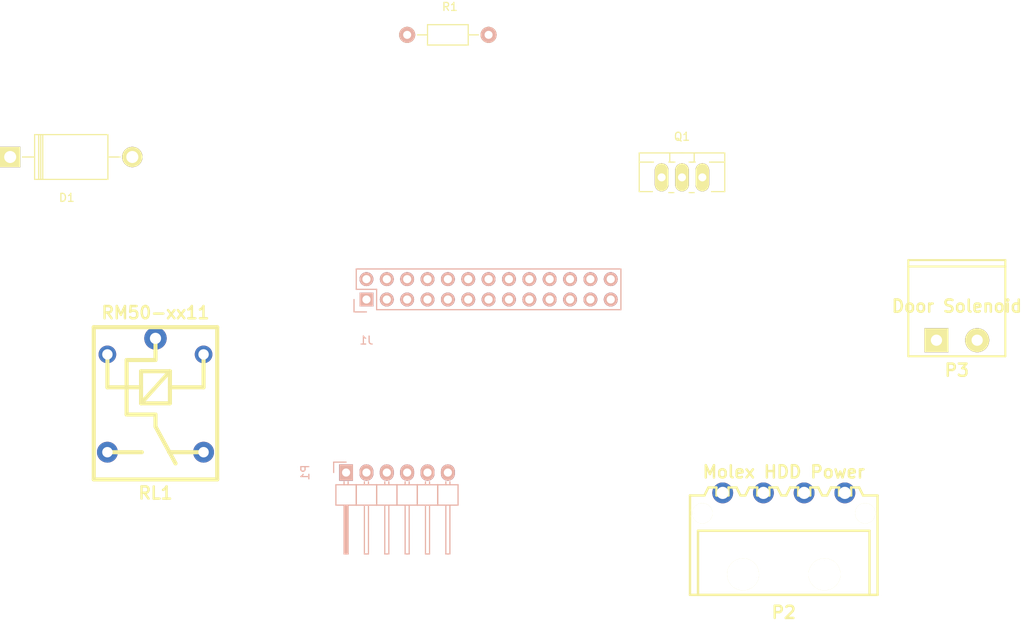
<source format=kicad_pcb>
(kicad_pcb (version 4) (host pcbnew 0.201509030901+6151~29~ubuntu15.04.1-product)

  (general
    (links 13)
    (no_connects 13)
    (area 0 0 0 0)
    (thickness 1.6)
    (drawings 0)
    (tracks 0)
    (zones 0)
    (modules 8)
    (nets 33)
  )

  (page A4)
  (layers
    (0 F.Cu signal)
    (31 B.Cu signal)
    (32 B.Adhes user)
    (33 F.Adhes user)
    (34 B.Paste user)
    (35 F.Paste user)
    (36 B.SilkS user)
    (37 F.SilkS user)
    (38 B.Mask user)
    (39 F.Mask user)
    (40 Dwgs.User user)
    (41 Cmts.User user)
    (42 Eco1.User user)
    (43 Eco2.User user)
    (44 Edge.Cuts user)
    (45 Margin user)
    (46 B.CrtYd user)
    (47 F.CrtYd user)
    (48 B.Fab user)
    (49 F.Fab user)
  )

  (setup
    (last_trace_width 0.25)
    (trace_clearance 0.2)
    (zone_clearance 0.508)
    (zone_45_only no)
    (trace_min 0.2)
    (segment_width 0.2)
    (edge_width 0.15)
    (via_size 0.6)
    (via_drill 0.4)
    (via_min_size 0.4)
    (via_min_drill 0.3)
    (uvia_size 0.3)
    (uvia_drill 0.1)
    (uvias_allowed no)
    (uvia_min_size 0.2)
    (uvia_min_drill 0.1)
    (pcb_text_width 0.3)
    (pcb_text_size 1.5 1.5)
    (mod_edge_width 0.15)
    (mod_text_size 1 1)
    (mod_text_width 0.15)
    (pad_size 1.524 1.524)
    (pad_drill 0.762)
    (pad_to_mask_clearance 0.2)
    (aux_axis_origin 0 0)
    (visible_elements FFFFFF7F)
    (pcbplotparams
      (layerselection 0x00030_80000001)
      (usegerberextensions false)
      (excludeedgelayer true)
      (linewidth 0.100000)
      (plotframeref false)
      (viasonmask false)
      (mode 1)
      (useauxorigin false)
      (hpglpennumber 1)
      (hpglpenspeed 20)
      (hpglpendiameter 15)
      (hpglpenoverlay 2)
      (psnegative false)
      (psa4output false)
      (plotreference true)
      (plotvalue true)
      (plotinvisibletext false)
      (padsonsilk false)
      (subtractmaskfromsilk false)
      (outputformat 1)
      (mirror false)
      (drillshape 1)
      (scaleselection 1)
      (outputdirectory ""))
  )

  (net 0 "")
  (net 1 "Net-(J1-Pad1)")
  (net 2 "Net-(J1-Pad3)")
  (net 3 "Net-(J1-Pad4)")
  (net 4 "Net-(J1-Pad5)")
  (net 5 "Net-(J1-Pad6)")
  (net 6 "Net-(J1-Pad7)")
  (net 7 "Net-(J1-Pad8)")
  (net 8 "Net-(J1-Pad9)")
  (net 9 "Net-(J1-Pad10)")
  (net 10 "Net-(J1-Pad11)")
  (net 11 "Net-(J1-Pad12)")
  (net 12 "Net-(J1-Pad13)")
  (net 13 "Net-(J1-Pad14)")
  (net 14 "Net-(J1-Pad15)")
  (net 15 "Net-(J1-Pad16)")
  (net 16 "Net-(J1-Pad17)")
  (net 17 "Net-(J1-Pad18)")
  (net 18 "Net-(J1-Pad19)")
  (net 19 "Net-(J1-Pad20)")
  (net 20 "Net-(J1-Pad21)")
  (net 21 "Net-(J1-Pad22)")
  (net 22 "Net-(J1-Pad23)")
  (net 23 "Net-(J1-Pad24)")
  (net 24 "Net-(J1-Pad25)")
  (net 25 "Net-(J1-Pad26)")
  (net 26 "Net-(P1-Pad2)")
  (net 27 "Net-(P3-Pad2)")
  (net 28 "Net-(P2-Pad3)")
  (net 29 "Net-(P2-Pad4)")
  (net 30 "Net-(D1-Pad1)")
  (net 31 "Net-(D1-Pad2)")
  (net 32 "Net-(Q1-Pad2)")

  (net_class Default "This is the default net class."
    (clearance 0.2)
    (trace_width 0.25)
    (via_dia 0.6)
    (via_drill 0.4)
    (uvia_dia 0.3)
    (uvia_drill 0.1)
    (add_net "Net-(D1-Pad1)")
    (add_net "Net-(D1-Pad2)")
    (add_net "Net-(J1-Pad1)")
    (add_net "Net-(J1-Pad10)")
    (add_net "Net-(J1-Pad11)")
    (add_net "Net-(J1-Pad12)")
    (add_net "Net-(J1-Pad13)")
    (add_net "Net-(J1-Pad14)")
    (add_net "Net-(J1-Pad15)")
    (add_net "Net-(J1-Pad16)")
    (add_net "Net-(J1-Pad17)")
    (add_net "Net-(J1-Pad18)")
    (add_net "Net-(J1-Pad19)")
    (add_net "Net-(J1-Pad20)")
    (add_net "Net-(J1-Pad21)")
    (add_net "Net-(J1-Pad22)")
    (add_net "Net-(J1-Pad23)")
    (add_net "Net-(J1-Pad24)")
    (add_net "Net-(J1-Pad25)")
    (add_net "Net-(J1-Pad26)")
    (add_net "Net-(J1-Pad3)")
    (add_net "Net-(J1-Pad4)")
    (add_net "Net-(J1-Pad5)")
    (add_net "Net-(J1-Pad6)")
    (add_net "Net-(J1-Pad7)")
    (add_net "Net-(J1-Pad8)")
    (add_net "Net-(J1-Pad9)")
    (add_net "Net-(P1-Pad2)")
    (add_net "Net-(P2-Pad3)")
    (add_net "Net-(P2-Pad4)")
    (add_net "Net-(P3-Pad2)")
    (add_net "Net-(Q1-Pad2)")
  )

  (module Socket_Strips:Socket_Strip_Straight_2x13 (layer B.Cu) (tedit 0) (tstamp 55E0DBFD)
    (at 167.64 95.25)
    (descr "Through hole socket strip")
    (tags "socket strip")
    (path /55E0CB24)
    (fp_text reference J1 (at 0 5.1) (layer B.SilkS)
      (effects (font (size 1 1) (thickness 0.15)) (justify mirror))
    )
    (fp_text value RasPI_IO_Header (at 0 3.1) (layer B.Fab)
      (effects (font (size 1 1) (thickness 0.15)) (justify mirror))
    )
    (fp_line (start -1.75 1.75) (end -1.75 -4.3) (layer B.CrtYd) (width 0.05))
    (fp_line (start 32.25 1.75) (end 32.25 -4.3) (layer B.CrtYd) (width 0.05))
    (fp_line (start -1.75 1.75) (end 32.25 1.75) (layer B.CrtYd) (width 0.05))
    (fp_line (start -1.75 -4.3) (end 32.25 -4.3) (layer B.CrtYd) (width 0.05))
    (fp_line (start -1.27 -3.81) (end 31.75 -3.81) (layer B.SilkS) (width 0.15))
    (fp_line (start 1.27 1.27) (end 31.75 1.27) (layer B.SilkS) (width 0.15))
    (fp_line (start 31.75 -3.81) (end 31.75 1.27) (layer B.SilkS) (width 0.15))
    (fp_line (start -1.27 -3.81) (end -1.27 -1.27) (layer B.SilkS) (width 0.15))
    (fp_line (start 0 1.55) (end -1.55 1.55) (layer B.SilkS) (width 0.15))
    (fp_line (start -1.27 -1.27) (end 1.27 -1.27) (layer B.SilkS) (width 0.15))
    (fp_line (start 1.27 -1.27) (end 1.27 1.27) (layer B.SilkS) (width 0.15))
    (fp_line (start -1.55 1.55) (end -1.55 0) (layer B.SilkS) (width 0.15))
    (pad 1 thru_hole rect (at 0 0) (size 1.7272 1.7272) (drill 1.016) (layers *.Cu *.Mask B.SilkS)
      (net 1 "Net-(J1-Pad1)"))
    (pad 2 thru_hole oval (at 0 -2.54) (size 1.7272 1.7272) (drill 1.016) (layers *.Cu *.Mask B.SilkS)
      (net 30 "Net-(D1-Pad1)"))
    (pad 3 thru_hole oval (at 2.54 0) (size 1.7272 1.7272) (drill 1.016) (layers *.Cu *.Mask B.SilkS)
      (net 2 "Net-(J1-Pad3)"))
    (pad 4 thru_hole oval (at 2.54 -2.54) (size 1.7272 1.7272) (drill 1.016) (layers *.Cu *.Mask B.SilkS)
      (net 3 "Net-(J1-Pad4)"))
    (pad 5 thru_hole oval (at 5.08 0) (size 1.7272 1.7272) (drill 1.016) (layers *.Cu *.Mask B.SilkS)
      (net 4 "Net-(J1-Pad5)"))
    (pad 6 thru_hole oval (at 5.08 -2.54) (size 1.7272 1.7272) (drill 1.016) (layers *.Cu *.Mask B.SilkS)
      (net 5 "Net-(J1-Pad6)"))
    (pad 7 thru_hole oval (at 7.62 0) (size 1.7272 1.7272) (drill 1.016) (layers *.Cu *.Mask B.SilkS)
      (net 6 "Net-(J1-Pad7)"))
    (pad 8 thru_hole oval (at 7.62 -2.54) (size 1.7272 1.7272) (drill 1.016) (layers *.Cu *.Mask B.SilkS)
      (net 7 "Net-(J1-Pad8)"))
    (pad 9 thru_hole oval (at 10.16 0) (size 1.7272 1.7272) (drill 1.016) (layers *.Cu *.Mask B.SilkS)
      (net 8 "Net-(J1-Pad9)"))
    (pad 10 thru_hole oval (at 10.16 -2.54) (size 1.7272 1.7272) (drill 1.016) (layers *.Cu *.Mask B.SilkS)
      (net 9 "Net-(J1-Pad10)"))
    (pad 11 thru_hole oval (at 12.7 0) (size 1.7272 1.7272) (drill 1.016) (layers *.Cu *.Mask B.SilkS)
      (net 10 "Net-(J1-Pad11)"))
    (pad 12 thru_hole oval (at 12.7 -2.54) (size 1.7272 1.7272) (drill 1.016) (layers *.Cu *.Mask B.SilkS)
      (net 11 "Net-(J1-Pad12)"))
    (pad 13 thru_hole oval (at 15.24 0) (size 1.7272 1.7272) (drill 1.016) (layers *.Cu *.Mask B.SilkS)
      (net 12 "Net-(J1-Pad13)"))
    (pad 14 thru_hole oval (at 15.24 -2.54) (size 1.7272 1.7272) (drill 1.016) (layers *.Cu *.Mask B.SilkS)
      (net 13 "Net-(J1-Pad14)"))
    (pad 15 thru_hole oval (at 17.78 0) (size 1.7272 1.7272) (drill 1.016) (layers *.Cu *.Mask B.SilkS)
      (net 14 "Net-(J1-Pad15)"))
    (pad 16 thru_hole oval (at 17.78 -2.54) (size 1.7272 1.7272) (drill 1.016) (layers *.Cu *.Mask B.SilkS)
      (net 15 "Net-(J1-Pad16)"))
    (pad 17 thru_hole oval (at 20.32 0) (size 1.7272 1.7272) (drill 1.016) (layers *.Cu *.Mask B.SilkS)
      (net 16 "Net-(J1-Pad17)"))
    (pad 18 thru_hole oval (at 20.32 -2.54) (size 1.7272 1.7272) (drill 1.016) (layers *.Cu *.Mask B.SilkS)
      (net 17 "Net-(J1-Pad18)"))
    (pad 19 thru_hole oval (at 22.86 0) (size 1.7272 1.7272) (drill 1.016) (layers *.Cu *.Mask B.SilkS)
      (net 18 "Net-(J1-Pad19)"))
    (pad 20 thru_hole oval (at 22.86 -2.54) (size 1.7272 1.7272) (drill 1.016) (layers *.Cu *.Mask B.SilkS)
      (net 19 "Net-(J1-Pad20)"))
    (pad 21 thru_hole oval (at 25.4 0) (size 1.7272 1.7272) (drill 1.016) (layers *.Cu *.Mask B.SilkS)
      (net 20 "Net-(J1-Pad21)"))
    (pad 22 thru_hole oval (at 25.4 -2.54) (size 1.7272 1.7272) (drill 1.016) (layers *.Cu *.Mask B.SilkS)
      (net 21 "Net-(J1-Pad22)"))
    (pad 23 thru_hole oval (at 27.94 0) (size 1.7272 1.7272) (drill 1.016) (layers *.Cu *.Mask B.SilkS)
      (net 22 "Net-(J1-Pad23)"))
    (pad 24 thru_hole oval (at 27.94 -2.54) (size 1.7272 1.7272) (drill 1.016) (layers *.Cu *.Mask B.SilkS)
      (net 23 "Net-(J1-Pad24)"))
    (pad 25 thru_hole oval (at 30.48 0) (size 1.7272 1.7272) (drill 1.016) (layers *.Cu *.Mask B.SilkS)
      (net 24 "Net-(J1-Pad25)"))
    (pad 26 thru_hole oval (at 30.48 -2.54) (size 1.7272 1.7272) (drill 1.016) (layers *.Cu *.Mask B.SilkS)
      (net 25 "Net-(J1-Pad26)"))
    (model Socket_Strips.3dshapes/Socket_Strip_Straight_2x13.wrl
      (at (xyz 0.6 -0.05 0))
      (scale (xyz 1 1 1))
      (rotate (xyz 0 0 180))
    )
  )

  (module Pin_Headers:Pin_Header_Angled_1x06 (layer B.Cu) (tedit 0) (tstamp 55E0DC07)
    (at 165.1 116.84 270)
    (descr "Through hole pin header")
    (tags "pin header")
    (path /55E0CC33)
    (fp_text reference P1 (at 0 5.1 270) (layer B.SilkS)
      (effects (font (size 1 1) (thickness 0.15)) (justify mirror))
    )
    (fp_text value "SL030 RFID" (at 0 3.1 270) (layer B.Fab)
      (effects (font (size 1 1) (thickness 0.15)) (justify mirror))
    )
    (fp_line (start -1.5 1.75) (end -1.5 -14.45) (layer B.CrtYd) (width 0.05))
    (fp_line (start 10.65 1.75) (end 10.65 -14.45) (layer B.CrtYd) (width 0.05))
    (fp_line (start -1.5 1.75) (end 10.65 1.75) (layer B.CrtYd) (width 0.05))
    (fp_line (start -1.5 -14.45) (end 10.65 -14.45) (layer B.CrtYd) (width 0.05))
    (fp_line (start -1.3 1.55) (end -1.3 0) (layer B.SilkS) (width 0.15))
    (fp_line (start 0 1.55) (end -1.3 1.55) (layer B.SilkS) (width 0.15))
    (fp_line (start 4.191 0.127) (end 10.033 0.127) (layer B.SilkS) (width 0.15))
    (fp_line (start 10.033 0.127) (end 10.033 -0.127) (layer B.SilkS) (width 0.15))
    (fp_line (start 10.033 -0.127) (end 4.191 -0.127) (layer B.SilkS) (width 0.15))
    (fp_line (start 4.191 -0.127) (end 4.191 0) (layer B.SilkS) (width 0.15))
    (fp_line (start 4.191 0) (end 10.033 0) (layer B.SilkS) (width 0.15))
    (fp_line (start 1.524 0.254) (end 1.143 0.254) (layer B.SilkS) (width 0.15))
    (fp_line (start 1.524 -0.254) (end 1.143 -0.254) (layer B.SilkS) (width 0.15))
    (fp_line (start 1.524 -2.286) (end 1.143 -2.286) (layer B.SilkS) (width 0.15))
    (fp_line (start 1.524 -2.794) (end 1.143 -2.794) (layer B.SilkS) (width 0.15))
    (fp_line (start 1.524 -4.826) (end 1.143 -4.826) (layer B.SilkS) (width 0.15))
    (fp_line (start 1.524 -5.334) (end 1.143 -5.334) (layer B.SilkS) (width 0.15))
    (fp_line (start 1.524 -12.954) (end 1.143 -12.954) (layer B.SilkS) (width 0.15))
    (fp_line (start 1.524 -12.446) (end 1.143 -12.446) (layer B.SilkS) (width 0.15))
    (fp_line (start 1.524 -10.414) (end 1.143 -10.414) (layer B.SilkS) (width 0.15))
    (fp_line (start 1.524 -9.906) (end 1.143 -9.906) (layer B.SilkS) (width 0.15))
    (fp_line (start 1.524 -7.874) (end 1.143 -7.874) (layer B.SilkS) (width 0.15))
    (fp_line (start 1.524 -7.366) (end 1.143 -7.366) (layer B.SilkS) (width 0.15))
    (fp_line (start 1.524 1.27) (end 4.064 1.27) (layer B.SilkS) (width 0.15))
    (fp_line (start 1.524 -1.27) (end 4.064 -1.27) (layer B.SilkS) (width 0.15))
    (fp_line (start 1.524 -1.27) (end 1.524 -3.81) (layer B.SilkS) (width 0.15))
    (fp_line (start 1.524 -3.81) (end 4.064 -3.81) (layer B.SilkS) (width 0.15))
    (fp_line (start 4.064 -2.286) (end 10.16 -2.286) (layer B.SilkS) (width 0.15))
    (fp_line (start 10.16 -2.286) (end 10.16 -2.794) (layer B.SilkS) (width 0.15))
    (fp_line (start 10.16 -2.794) (end 4.064 -2.794) (layer B.SilkS) (width 0.15))
    (fp_line (start 4.064 -3.81) (end 4.064 -1.27) (layer B.SilkS) (width 0.15))
    (fp_line (start 4.064 -1.27) (end 4.064 1.27) (layer B.SilkS) (width 0.15))
    (fp_line (start 10.16 -0.254) (end 4.064 -0.254) (layer B.SilkS) (width 0.15))
    (fp_line (start 10.16 0.254) (end 10.16 -0.254) (layer B.SilkS) (width 0.15))
    (fp_line (start 4.064 0.254) (end 10.16 0.254) (layer B.SilkS) (width 0.15))
    (fp_line (start 1.524 -1.27) (end 4.064 -1.27) (layer B.SilkS) (width 0.15))
    (fp_line (start 1.524 1.27) (end 1.524 -1.27) (layer B.SilkS) (width 0.15))
    (fp_line (start 1.524 -8.89) (end 4.064 -8.89) (layer B.SilkS) (width 0.15))
    (fp_line (start 1.524 -8.89) (end 1.524 -11.43) (layer B.SilkS) (width 0.15))
    (fp_line (start 1.524 -11.43) (end 4.064 -11.43) (layer B.SilkS) (width 0.15))
    (fp_line (start 4.064 -9.906) (end 10.16 -9.906) (layer B.SilkS) (width 0.15))
    (fp_line (start 10.16 -9.906) (end 10.16 -10.414) (layer B.SilkS) (width 0.15))
    (fp_line (start 10.16 -10.414) (end 4.064 -10.414) (layer B.SilkS) (width 0.15))
    (fp_line (start 4.064 -11.43) (end 4.064 -8.89) (layer B.SilkS) (width 0.15))
    (fp_line (start 4.064 -13.97) (end 4.064 -11.43) (layer B.SilkS) (width 0.15))
    (fp_line (start 10.16 -12.954) (end 4.064 -12.954) (layer B.SilkS) (width 0.15))
    (fp_line (start 10.16 -12.446) (end 10.16 -12.954) (layer B.SilkS) (width 0.15))
    (fp_line (start 4.064 -12.446) (end 10.16 -12.446) (layer B.SilkS) (width 0.15))
    (fp_line (start 1.524 -13.97) (end 4.064 -13.97) (layer B.SilkS) (width 0.15))
    (fp_line (start 1.524 -11.43) (end 1.524 -13.97) (layer B.SilkS) (width 0.15))
    (fp_line (start 1.524 -11.43) (end 4.064 -11.43) (layer B.SilkS) (width 0.15))
    (fp_line (start 1.524 -6.35) (end 4.064 -6.35) (layer B.SilkS) (width 0.15))
    (fp_line (start 1.524 -6.35) (end 1.524 -8.89) (layer B.SilkS) (width 0.15))
    (fp_line (start 1.524 -8.89) (end 4.064 -8.89) (layer B.SilkS) (width 0.15))
    (fp_line (start 4.064 -7.366) (end 10.16 -7.366) (layer B.SilkS) (width 0.15))
    (fp_line (start 10.16 -7.366) (end 10.16 -7.874) (layer B.SilkS) (width 0.15))
    (fp_line (start 10.16 -7.874) (end 4.064 -7.874) (layer B.SilkS) (width 0.15))
    (fp_line (start 4.064 -8.89) (end 4.064 -6.35) (layer B.SilkS) (width 0.15))
    (fp_line (start 4.064 -6.35) (end 4.064 -3.81) (layer B.SilkS) (width 0.15))
    (fp_line (start 10.16 -5.334) (end 4.064 -5.334) (layer B.SilkS) (width 0.15))
    (fp_line (start 10.16 -4.826) (end 10.16 -5.334) (layer B.SilkS) (width 0.15))
    (fp_line (start 4.064 -4.826) (end 10.16 -4.826) (layer B.SilkS) (width 0.15))
    (fp_line (start 1.524 -6.35) (end 4.064 -6.35) (layer B.SilkS) (width 0.15))
    (fp_line (start 1.524 -3.81) (end 1.524 -6.35) (layer B.SilkS) (width 0.15))
    (fp_line (start 1.524 -3.81) (end 4.064 -3.81) (layer B.SilkS) (width 0.15))
    (pad 1 thru_hole rect (at 0 0 270) (size 2.032 1.7272) (drill 1.016) (layers *.Cu *.Mask B.SilkS)
      (net 1 "Net-(J1-Pad1)"))
    (pad 2 thru_hole oval (at 0 -2.54 270) (size 2.032 1.7272) (drill 1.016) (layers *.Cu *.Mask B.SilkS)
      (net 26 "Net-(P1-Pad2)"))
    (pad 3 thru_hole oval (at 0 -5.08 270) (size 2.032 1.7272) (drill 1.016) (layers *.Cu *.Mask B.SilkS)
      (net 2 "Net-(J1-Pad3)"))
    (pad 4 thru_hole oval (at 0 -7.62 270) (size 2.032 1.7272) (drill 1.016) (layers *.Cu *.Mask B.SilkS)
      (net 4 "Net-(J1-Pad5)"))
    (pad 5 thru_hole oval (at 0 -10.16 270) (size 2.032 1.7272) (drill 1.016) (layers *.Cu *.Mask B.SilkS)
      (net 6 "Net-(J1-Pad7)"))
    (pad 6 thru_hole oval (at 0 -12.7 270) (size 2.032 1.7272) (drill 1.016) (layers *.Cu *.Mask B.SilkS)
      (net 8 "Net-(J1-Pad9)"))
    (model Pin_Headers.3dshapes/Pin_Header_Angled_1x06.wrl
      (at (xyz 0 -0.25 0))
      (scale (xyz 1 1 1))
      (rotate (xyz 0 0 90))
    )
  )

  (module w_conn_pc:conn_hdd_15-24-4441 (layer F.Cu) (tedit 0) (tstamp 55E0DC13)
    (at 219.71 125.4)
    (descr "5.08mm Disk drive power connector, 90°, Molex P/N 15-24-4441")
    (path /55E0DD9F)
    (fp_text reference P2 (at 0 8.89) (layer F.SilkS)
      (effects (font (thickness 0.3048)))
    )
    (fp_text value "Molex HDD Power" (at 0 -8.636) (layer F.SilkS)
      (effects (font (thickness 0.3048)))
    )
    (fp_line (start 8.4 -5.7) (end 6.9 -5.7) (layer F.SilkS) (width 0.3))
    (fp_line (start -9.9 -5.7) (end -11.7 -5.7) (layer F.SilkS) (width 0.3))
    (fp_line (start -6.9 -5.7) (end -8.4 -5.7) (layer F.SilkS) (width 0.3))
    (fp_line (start -4.8 -5.7) (end -5.4 -5.7) (layer F.SilkS) (width 0.3))
    (fp_line (start -1.8 -5.7) (end -3.3 -5.7) (layer F.SilkS) (width 0.3))
    (fp_line (start 0.3 -5.7) (end -0.3 -5.7) (layer F.SilkS) (width 0.3))
    (fp_line (start 3.3 -5.7) (end 1.8 -5.7) (layer F.SilkS) (width 0.3))
    (fp_line (start 5.4 -5.7) (end 4.8 -5.7) (layer F.SilkS) (width 0.3))
    (fp_line (start 11.7 -5.7) (end 9.9 -5.7) (layer F.SilkS) (width 0.3))
    (fp_line (start -8.4 -6.7) (end -9.4 -6.7) (layer F.SilkS) (width 0.3))
    (fp_line (start -9.4 -6.7) (end -9.9 -5.7) (layer F.SilkS) (width 0.3))
    (fp_line (start -6.9 -6.7) (end -5.9 -6.7) (layer F.SilkS) (width 0.3))
    (fp_line (start -5.9 -6.7) (end -5.4 -5.7) (layer F.SilkS) (width 0.3))
    (fp_line (start -3.3 -6.7) (end -4.3 -6.7) (layer F.SilkS) (width 0.3))
    (fp_line (start -4.3 -6.7) (end -4.8 -5.7) (layer F.SilkS) (width 0.3))
    (fp_line (start -1.8 -6.7) (end -0.8 -6.7) (layer F.SilkS) (width 0.3))
    (fp_line (start -0.8 -6.7) (end -0.3 -5.7) (layer F.SilkS) (width 0.3))
    (fp_line (start 1.8 -6.7) (end 0.8 -6.7) (layer F.SilkS) (width 0.3))
    (fp_line (start 0.8 -6.7) (end 0.3 -5.7) (layer F.SilkS) (width 0.3))
    (fp_line (start 3.3 -6.7) (end 4.3 -6.7) (layer F.SilkS) (width 0.3))
    (fp_line (start 4.3 -6.7) (end 4.8 -5.7) (layer F.SilkS) (width 0.3))
    (fp_line (start 6.9 -6.7) (end 5.9 -6.7) (layer F.SilkS) (width 0.3))
    (fp_line (start 5.9 -6.7) (end 5.4 -5.7) (layer F.SilkS) (width 0.3))
    (fp_line (start 8.4 -6.7) (end 9.4 -6.7) (layer F.SilkS) (width 0.3))
    (fp_line (start 9.4 -6.7) (end 9.9 -5.7) (layer F.SilkS) (width 0.3))
    (fp_line (start 3.3 -5.7) (end 3.3 -6.7) (layer F.SilkS) (width 0.3))
    (fp_line (start -1.8 -5.7) (end -1.8 -6.7) (layer F.SilkS) (width 0.3))
    (fp_line (start -6.9 -5.7) (end -6.9 -6.7) (layer F.SilkS) (width 0.3))
    (fp_line (start 6.9 -5.7) (end 6.9 -6.7) (layer F.SilkS) (width 0.3))
    (fp_line (start 1.8 -5.7) (end 1.8 -6.7) (layer F.SilkS) (width 0.3))
    (fp_line (start -3.3 -5.7) (end -3.3 -6.7) (layer F.SilkS) (width 0.3))
    (fp_line (start -8.4 -5.7) (end -8.4 -6.7) (layer F.SilkS) (width 0.3))
    (fp_line (start 8.4 -5.7) (end 8.4 -6.7) (layer F.SilkS) (width 0.3))
    (fp_line (start -10.7 -1.3) (end 10.7 -1.3) (layer F.SilkS) (width 0.3))
    (fp_line (start 10.7 -1.3) (end 10.7 6.7) (layer F.SilkS) (width 0.3))
    (fp_line (start -10.7 -1.3) (end -10.7 6.7) (layer F.SilkS) (width 0.3))
    (fp_line (start -11.7 6.7) (end 11.7 6.7) (layer F.SilkS) (width 0.3))
    (fp_line (start -11.7 -5.7) (end -11.7 6.7) (layer F.SilkS) (width 0.3))
    (fp_line (start 11.7 -5.7) (end 11.7 6.7) (layer F.SilkS) (width 0.3))
    (pad "" np_thru_hole circle (at 5.08 4.14) (size 4 4) (drill 4) (layers *.Cu *.Mask F.SilkS))
    (pad 1 thru_hole circle (at -7.62 -6.02) (size 2.6 2.6) (drill 1.52) (layers *.Cu *.Mask)
      (net 30 "Net-(D1-Pad1)"))
    (pad 2 thru_hole circle (at -2.54 -6.02) (size 2.6 2.6) (drill 1.52) (layers *.Cu *.Mask)
      (net 5 "Net-(J1-Pad6)"))
    (pad 3 thru_hole circle (at 2.54 -6.02) (size 2.6 2.6) (drill 1.52) (layers *.Cu *.Mask)
      (net 28 "Net-(P2-Pad3)"))
    (pad 4 thru_hole circle (at 7.62 -6.02) (size 2.6 2.6) (drill 1.52) (layers *.Cu *.Mask)
      (net 29 "Net-(P2-Pad4)"))
    (pad "" np_thru_hole circle (at 10.16 -3.48) (size 2.54 2.54) (drill 2.54) (layers *.Cu *.Mask F.SilkS))
    (pad "" np_thru_hole circle (at -5.08 4.14) (size 4 4) (drill 4) (layers *.Cu *.Mask F.SilkS))
    (pad "" np_thru_hole circle (at -10.16 -3.48) (size 2.54 2.54) (drill 2.54) (layers *.Cu *.Mask F.SilkS))
    (model walter/conn_pc/hdd_power_15-24-4441.wrl
      (at (xyz 0 0 0))
      (scale (xyz 1 1 1))
      (rotate (xyz 0 0 0))
    )
  )

  (module w_conn_screw:mstba_2,5%2f2-g-5,08 (layer F.Cu) (tedit 0) (tstamp 55E0DC19)
    (at 241.3 100.33)
    (descr "Terminal block 2 pins, Phoenix MSTBA 2,5/2-G-5,08")
    (path /55E0D7B3)
    (fp_text reference P3 (at 0 3.74904) (layer F.SilkS)
      (effects (font (thickness 0.3048)))
    )
    (fp_text value "Door Solenoid" (at 0 -4.24942) (layer F.SilkS)
      (effects (font (thickness 0.3048)))
    )
    (fp_line (start -6.05028 -9.19988) (end 6.05028 -9.19988) (layer F.SilkS) (width 0.254))
    (fp_line (start 6.05028 1.99898) (end -6.05028 1.99898) (layer F.SilkS) (width 0.254))
    (fp_line (start -6.05028 1.99898) (end -6.05028 -9.99998) (layer F.SilkS) (width 0.254))
    (fp_line (start 6.05028 -9.99998) (end -6.05028 -9.99998) (layer F.SilkS) (width 0.254))
    (fp_line (start 6.05028 1.99898) (end 6.05028 -9.99998) (layer F.SilkS) (width 0.254))
    (pad 1 thru_hole rect (at -2.54 0) (size 2.99974 2.99974) (drill 1.39954) (layers *.Cu *.Mask F.SilkS)
      (net 29 "Net-(P2-Pad4)"))
    (pad 2 thru_hole circle (at 2.54 0) (size 2.99974 2.99974) (drill 1.39954) (layers *.Cu *.Mask F.SilkS)
      (net 27 "Net-(P3-Pad2)"))
    (model walter/conn_screw/mstba_2,5-2-g-5,08.wrl
      (at (xyz 0 0 0))
      (scale (xyz 1 1 1))
      (rotate (xyz 0 0 0))
    )
  )

  (module Diodes_ThroughHole:Diode_DO-201AD_Horizontal_RM15 (layer F.Cu) (tedit 552FFBC7) (tstamp 55EF44A8)
    (at 123.18878 77.47296)
    (descr "Diode DO-201AD Horizontal")
    (tags "Diode DO-201AD Horizontal SB320 SB340 SB360")
    (path /55EB05E0)
    (fp_text reference D1 (at 7.06722 5.07704) (layer F.SilkS)
      (effects (font (size 1 1) (thickness 0.15)))
    )
    (fp_text value D (at 7.82922 -4.82896) (layer F.Fab)
      (effects (font (size 1 1) (thickness 0.15)))
    )
    (fp_line (start 12.19322 -0.00296) (end 13.71722 -0.00296) (layer F.SilkS) (width 0.15))
    (fp_line (start 3.04922 -0.00296) (end 1.52522 -0.00296) (layer F.SilkS) (width 0.15))
    (fp_line (start 4.06522 -2.79696) (end 4.06522 2.79104) (layer F.SilkS) (width 0.15))
    (fp_line (start 3.81122 -2.79696) (end 3.81122 2.79104) (layer F.SilkS) (width 0.15))
    (fp_line (start 3.55722 -2.79696) (end 3.55722 2.79104) (layer F.SilkS) (width 0.15))
    (fp_line (start 3.04922 2.79104) (end 3.04922 -2.79696) (layer F.SilkS) (width 0.15))
    (fp_line (start 3.04922 -2.79696) (end 12.19322 -2.79696) (layer F.SilkS) (width 0.15))
    (fp_line (start 12.19322 -2.79696) (end 12.19322 2.79104) (layer F.SilkS) (width 0.15))
    (fp_line (start 12.19322 2.79104) (end 3.04922 2.79104) (layer F.SilkS) (width 0.15))
    (pad 2 thru_hole circle (at 15.24122 -0.00296 180) (size 2.54 2.54) (drill 1.50114) (layers *.Cu *.Mask F.SilkS)
      (net 31 "Net-(D1-Pad2)"))
    (pad 1 thru_hole rect (at 0.00122 -0.00296 180) (size 2.54 2.54) (drill 1.50114) (layers *.Cu *.Mask F.SilkS)
      (net 30 "Net-(D1-Pad1)"))
  )

  (module Transistors_TO-220:TO-220_Neutral123_Vertical_LargePads (layer F.Cu) (tedit 0) (tstamp 55EF44C0)
    (at 207.01 80.01)
    (descr "TO-220, Neutral, Vertical, Large Pads,")
    (tags "TO-220, Neutral, Vertical, Large Pads,")
    (path /55EB080F)
    (fp_text reference Q1 (at 0 -5.08) (layer F.SilkS)
      (effects (font (size 1 1) (thickness 0.15)))
    )
    (fp_text value BC237 (at 0 3.81) (layer F.Fab)
      (effects (font (size 1 1) (thickness 0.15)))
    )
    (fp_line (start 5.334 -1.905) (end 3.429 -1.905) (layer F.SilkS) (width 0.15))
    (fp_line (start 0.889 -1.905) (end 1.651 -1.905) (layer F.SilkS) (width 0.15))
    (fp_line (start -1.524 -1.905) (end -1.651 -1.905) (layer F.SilkS) (width 0.15))
    (fp_line (start -1.524 -1.905) (end -0.889 -1.905) (layer F.SilkS) (width 0.15))
    (fp_line (start -5.334 -1.905) (end -3.556 -1.905) (layer F.SilkS) (width 0.15))
    (fp_line (start -5.334 1.778) (end -3.683 1.778) (layer F.SilkS) (width 0.15))
    (fp_line (start -1.016 1.905) (end -1.651 1.905) (layer F.SilkS) (width 0.15))
    (fp_line (start 1.524 1.905) (end 0.889 1.905) (layer F.SilkS) (width 0.15))
    (fp_line (start 5.334 1.778) (end 3.683 1.778) (layer F.SilkS) (width 0.15))
    (fp_line (start -1.524 -3.048) (end -1.524 -1.905) (layer F.SilkS) (width 0.15))
    (fp_line (start 1.524 -3.048) (end 1.524 -1.905) (layer F.SilkS) (width 0.15))
    (fp_line (start 5.334 -1.905) (end 5.334 1.778) (layer F.SilkS) (width 0.15))
    (fp_line (start -5.334 1.778) (end -5.334 -1.905) (layer F.SilkS) (width 0.15))
    (fp_line (start 5.334 -3.048) (end 5.334 -1.905) (layer F.SilkS) (width 0.15))
    (fp_line (start -5.334 -1.905) (end -5.334 -3.048) (layer F.SilkS) (width 0.15))
    (fp_line (start 0 -3.048) (end -5.334 -3.048) (layer F.SilkS) (width 0.15))
    (fp_line (start 0 -3.048) (end 5.334 -3.048) (layer F.SilkS) (width 0.15))
    (pad 2 thru_hole oval (at 0 0 90) (size 3.50012 1.69926) (drill 1.00076) (layers *.Cu *.Mask F.SilkS)
      (net 32 "Net-(Q1-Pad2)"))
    (pad 1 thru_hole oval (at -2.54 0 90) (size 3.50012 1.69926) (drill 1.00076) (layers *.Cu *.Mask F.SilkS)
      (net 31 "Net-(D1-Pad2)"))
    (pad 3 thru_hole oval (at 2.54 0 90) (size 3.50012 1.69926) (drill 1.00076) (layers *.Cu *.Mask F.SilkS)
      (net 24 "Net-(J1-Pad25)"))
    (model Transistors_TO-220.3dshapes/TO-220_Neutral123_Vertical_LargePads.wrl
      (at (xyz 0 0 0))
      (scale (xyz 0.3937 0.3937 0.3937))
      (rotate (xyz 0 0 0))
    )
  )

  (module Resistors_ThroughHole:Resistor_Horizontal_RM10mm (layer F.Cu) (tedit 53F56209) (tstamp 55EF44CC)
    (at 177.8 62.23)
    (descr "Resistor, Axial,  RM 10mm, 1/3W,")
    (tags "Resistor, Axial, RM 10mm, 1/3W,")
    (path /55EB05B7)
    (fp_text reference R1 (at 0.24892 -3.50012) (layer F.SilkS)
      (effects (font (size 1 1) (thickness 0.15)))
    )
    (fp_text value R (at 3.81 3.81) (layer F.Fab)
      (effects (font (size 1 1) (thickness 0.15)))
    )
    (fp_line (start -2.54 -1.27) (end 2.54 -1.27) (layer F.SilkS) (width 0.15))
    (fp_line (start 2.54 -1.27) (end 2.54 1.27) (layer F.SilkS) (width 0.15))
    (fp_line (start 2.54 1.27) (end -2.54 1.27) (layer F.SilkS) (width 0.15))
    (fp_line (start -2.54 1.27) (end -2.54 -1.27) (layer F.SilkS) (width 0.15))
    (fp_line (start -2.54 0) (end -3.81 0) (layer F.SilkS) (width 0.15))
    (fp_line (start 2.54 0) (end 3.81 0) (layer F.SilkS) (width 0.15))
    (pad 1 thru_hole circle (at -5.08 0) (size 1.99898 1.99898) (drill 1.00076) (layers *.Cu *.SilkS *.Mask)
      (net 21 "Net-(J1-Pad22)"))
    (pad 2 thru_hole circle (at 5.08 0) (size 1.99898 1.99898) (drill 1.00076) (layers *.Cu *.SilkS *.Mask)
      (net 32 "Net-(Q1-Pad2)"))
    (model Resistors_ThroughHole.3dshapes/Resistor_Horizontal_RM10mm.wrl
      (at (xyz 0 0 0))
      (scale (xyz 0.4 0.4 0.4))
      (rotate (xyz 0 0 0))
    )
  )

  (module w_relay:relay_hjr-3ff_z (layer F.Cu) (tedit 54CD3400) (tstamp 55F25525)
    (at 141.32 108.2)
    (descr "relay, Tianbo HJR-3FF series")
    (path /55E0CBF6)
    (fp_text reference RL1 (at 0 11.2) (layer F.SilkS)
      (effects (font (thickness 0.3048)))
    )
    (fp_text value RM50-xx11 (at 0 -11.3) (layer F.SilkS)
      (effects (font (thickness 0.3048)))
    )
    (fp_line (start -7.7 9.5) (end 7.7 9.5) (layer F.SilkS) (width 0.508))
    (fp_line (start -7.7 -9.5) (end -7.7 9.5) (layer F.SilkS) (width 0.508))
    (fp_line (start 7.7 -9.5) (end 7.7 9.5) (layer F.SilkS) (width 0.508))
    (fp_line (start -7.7 -9.5) (end 7.7 -9.5) (layer F.SilkS) (width 0.508))
    (fp_line (start -1.7 6.1) (end -6 6.1) (layer F.SilkS) (width 0.508))
    (fp_line (start 6 6.1) (end 1.7 6.1) (layer F.SilkS) (width 0.508))
    (fp_line (start 0 1.4) (end 0 2.9) (layer F.SilkS) (width 0.508))
    (fp_line (start 0 2.9) (end 2.5 7.5) (layer F.SilkS) (width 0.508))
    (fp_line (start -3.6 1.4) (end -3.6 -5.4) (layer F.SilkS) (width 0.508))
    (fp_line (start 0 1.4) (end -3.6 1.4) (layer F.SilkS) (width 0.508))
    (fp_line (start 0 -8.1) (end 0 -5.4) (layer F.SilkS) (width 0.508))
    (fp_line (start 0 -5.4) (end -3.6 -5.4) (layer F.SilkS) (width 0.508))
    (fp_line (start -6 -6.1) (end -6 -2) (layer F.SilkS) (width 0.508))
    (fp_line (start 6 -6.1) (end 6 -2) (layer F.SilkS) (width 0.508))
    (fp_line (start 6 -2) (end 1.8 -2) (layer F.SilkS) (width 0.508))
    (fp_line (start -1.8 -2) (end -6 -2) (layer F.SilkS) (width 0.508))
    (fp_line (start -1.8 0) (end 1.8 -4) (layer F.SilkS) (width 0.508))
    (fp_line (start -1.8 -4) (end 1.8 -4) (layer F.SilkS) (width 0.508))
    (fp_line (start 1.8 -4) (end 1.8 0) (layer F.SilkS) (width 0.508))
    (fp_line (start 1.8 0) (end -1.8 0) (layer F.SilkS) (width 0.508))
    (fp_line (start -1.8 0) (end -1.8 -4) (layer F.SilkS) (width 0.508))
    (pad 2 thru_hole circle (at -6 -6.1) (size 2.2 2.2) (drill 1.3) (layers *.Cu *.Mask))
    (pad 3 thru_hole circle (at -6 6.1) (size 2.6 2.6) (drill 1.3) (layers *.Cu *.Mask))
    (pad 4 thru_hole circle (at 6 6.1) (size 2.6 2.6) (drill 1.3) (layers *.Cu *.Mask))
    (pad 5 thru_hole circle (at 6 -6.1) (size 2.2 2.2) (drill 1.3) (layers *.Cu *.Mask))
    (pad 1 thru_hole circle (at 0 -8.1) (size 2.8 2.8) (drill 1.4) (layers *.Cu *.Mask))
    (model walter/relay/relay_HJR-3FF_Z.wrl
      (at (xyz 0 0 0))
      (scale (xyz 1 1 1))
      (rotate (xyz 0 0 0))
    )
  )

)

</source>
